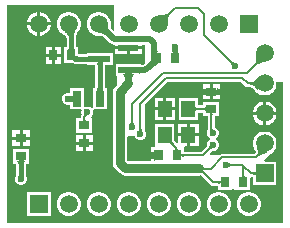
<source format=gbl>
G04*
G04 #@! TF.GenerationSoftware,Altium Limited,Altium Designer,22.4.2 (48)*
G04*
G04 Layer_Physical_Order=2*
G04 Layer_Color=16711680*
%FSLAX25Y25*%
%MOIN*%
G70*
G04*
G04 #@! TF.SameCoordinates,0592E0CC-BA3F-4339-BE53-95EDDC47ECB4*
G04*
G04*
G04 #@! TF.FilePolarity,Positive*
G04*
G01*
G75*
%ADD10C,0.02362*%
%ADD12C,0.00787*%
%ADD13R,0.03150X0.03740*%
%ADD24C,0.01968*%
%ADD25C,0.01575*%
%ADD27C,0.01500*%
%ADD28R,0.05906X0.05906*%
%ADD29C,0.05906*%
%ADD30R,0.05906X0.05906*%
%ADD31C,0.02362*%
%ADD32R,0.04724X0.05512*%
%ADD33R,0.03740X0.03150*%
%ADD34R,0.03150X0.05315*%
%ADD35R,0.07087X0.02362*%
%ADD36C,0.03150*%
%ADD37C,0.01772*%
G36*
X55411Y70445D02*
X55284Y70294D01*
X55171Y70110D01*
X55071Y69892D01*
X54986Y69641D01*
X54914Y69356D01*
X54856Y69038D01*
X54812Y68686D01*
X54766Y67883D01*
X54764Y67431D01*
X51841Y70354D01*
X52292Y70356D01*
X53096Y70403D01*
X53447Y70447D01*
X53765Y70504D01*
X54050Y70576D01*
X54302Y70662D01*
X54519Y70761D01*
X54704Y70875D01*
X54855Y71002D01*
X55411Y70445D01*
D02*
G37*
G36*
X30894Y68881D02*
X31001Y68791D01*
X31110Y68709D01*
X31222Y68636D01*
X31336Y68572D01*
X31453Y68515D01*
X31572Y68468D01*
X31694Y68429D01*
X31819Y68398D01*
X31945Y68377D01*
X30836Y67267D01*
X30814Y67394D01*
X30784Y67519D01*
X30745Y67640D01*
X30697Y67760D01*
X30641Y67876D01*
X30577Y67991D01*
X30504Y68103D01*
X30422Y68212D01*
X30332Y68318D01*
X30233Y68422D01*
X30790Y68979D01*
X30894Y68881D01*
D02*
G37*
G36*
X37008Y65413D02*
X36546Y65221D01*
X36101Y65666D01*
X36029Y65758D01*
X35920Y65924D01*
X35826Y66098D01*
X35747Y66280D01*
X35682Y66472D01*
X35668Y66525D01*
X35764Y66881D01*
Y67922D01*
X35494Y68927D01*
X34974Y69829D01*
X34238Y70565D01*
X33337Y71085D01*
X32331Y71354D01*
X31291D01*
X30285Y71085D01*
X29384Y70565D01*
X28648Y69829D01*
X28128Y68927D01*
X27858Y67922D01*
Y66881D01*
X28128Y65876D01*
X28648Y64974D01*
X29384Y64239D01*
X30285Y63718D01*
X31291Y63449D01*
X32331D01*
X32688Y63544D01*
X32741Y63531D01*
X32933Y63466D01*
X33115Y63387D01*
X33288Y63293D01*
X33454Y63184D01*
X33547Y63112D01*
X35632Y61026D01*
X36218Y60634D01*
X36909Y60497D01*
X37189D01*
Y59949D01*
X41732D01*
X46276D01*
Y60497D01*
X47343D01*
Y54523D01*
X46594Y53775D01*
X46309D01*
X46063Y53787D01*
Y53937D01*
X45281D01*
X45264Y53940D01*
X45246Y53937D01*
X41926D01*
X41732Y53976D01*
X41538Y53937D01*
X37402D01*
Y50000D01*
X37795D01*
Y47107D01*
X37175Y46486D01*
X36653Y45705D01*
X36470Y44783D01*
Y21136D01*
X36653Y20215D01*
X37175Y19433D01*
X37514Y19094D01*
D01*
X39020Y17588D01*
X39801Y17066D01*
X40723Y16883D01*
X65256D01*
X65844Y17000D01*
X69129Y13715D01*
X69129Y13715D01*
X69520Y13454D01*
X69980Y13363D01*
X69980Y13363D01*
X71457D01*
Y11909D01*
X76181D01*
Y12339D01*
X76643Y12530D01*
X77077Y12096D01*
X77097Y12117D01*
X77559Y11925D01*
Y11909D01*
X82284D01*
Y16145D01*
X82539Y16355D01*
X82539Y16355D01*
X83134D01*
Y13606D01*
X91039D01*
Y21512D01*
X87145D01*
X86954Y21974D01*
X89189Y24208D01*
X89514Y24396D01*
X90250Y25132D01*
X90278Y25182D01*
X90770Y26033D01*
X91039Y27039D01*
Y28080D01*
X90770Y29085D01*
X90250Y29986D01*
X89514Y30722D01*
X88612Y31242D01*
X87607Y31512D01*
X86566D01*
X85561Y31242D01*
X84660Y30722D01*
X83924Y29986D01*
X83403Y29085D01*
X83134Y28080D01*
Y27039D01*
X83403Y26033D01*
X83924Y25132D01*
X84082Y24974D01*
X84105Y24858D01*
X84119Y24695D01*
X84113Y24565D01*
X84092Y24463D01*
X84061Y24380D01*
X84016Y24305D01*
X83994Y24280D01*
X83852Y24137D01*
X73032D01*
X72571Y24046D01*
X72231Y23819D01*
X68990D01*
X68799Y24281D01*
X69605Y25087D01*
X69637Y25108D01*
X69670Y25126D01*
X69705Y25141D01*
X69745Y25155D01*
X69789Y25166D01*
X69839Y25174D01*
X69896Y25180D01*
X69987Y25182D01*
X70055Y25197D01*
X70372D01*
X71095Y25497D01*
X71649Y26050D01*
X71949Y26774D01*
Y27557D01*
X71649Y28280D01*
X71095Y28834D01*
X71045Y28855D01*
X71054Y29392D01*
X71551Y29889D01*
X71850Y30612D01*
Y31396D01*
X71551Y32119D01*
X70997Y32673D01*
X70496Y32880D01*
Y36614D01*
X71949D01*
Y41339D01*
X66634D01*
Y40279D01*
X64862D01*
Y42618D01*
X58563D01*
Y35531D01*
X64862D01*
Y37871D01*
X66634D01*
Y36614D01*
X68087D01*
Y32420D01*
X68074Y32122D01*
X68052Y31899D01*
X68022Y31719D01*
X68009Y31666D01*
X67989Y31598D01*
X67989Y31598D01*
X67989Y31597D01*
X67987Y31573D01*
X67913Y31396D01*
Y30612D01*
X68213Y29889D01*
X68767Y29335D01*
X68817Y29314D01*
X68808Y28777D01*
X68312Y28280D01*
X68012Y27557D01*
Y27240D01*
X67997Y27172D01*
X67994Y27081D01*
X67989Y27024D01*
X67981Y26974D01*
X67970Y26930D01*
X67956Y26891D01*
X67941Y26855D01*
X67923Y26822D01*
X67902Y26790D01*
X65938Y24826D01*
X60236D01*
Y26280D01*
X60531Y26658D01*
X61213D01*
Y29913D01*
X58350D01*
Y27864D01*
X57889Y27673D01*
X57177Y28384D01*
X57061Y28509D01*
X56988Y28599D01*
Y33957D01*
X50689D01*
Y30118D01*
D01*
Y26870D01*
D01*
X50394Y26492D01*
X49394D01*
Y24678D01*
X49441Y24685D01*
X49697Y24746D01*
X49914Y24825D01*
X50091Y24921D01*
X50229Y25034D01*
X50327Y25166D01*
X50386Y25314D01*
X50406Y25480D01*
Y24122D01*
X51968D01*
Y23122D01*
X50406D01*
Y21764D01*
X50386Y21930D01*
X50327Y22079D01*
X50229Y22210D01*
X50091Y22323D01*
X49914Y22419D01*
X49697Y22498D01*
X49441Y22559D01*
X49394Y22566D01*
Y21700D01*
X41721D01*
X41286Y22134D01*
Y29574D01*
X41831Y30118D01*
X43742D01*
X44001Y29495D01*
X44554Y28941D01*
X45278Y28642D01*
X46061D01*
X46784Y28941D01*
X47244Y29401D01*
X47338Y29495D01*
X47596Y30118D01*
X47638Y30219D01*
Y31002D01*
X47338Y31725D01*
X47244Y31819D01*
X47244Y40620D01*
X54731Y48107D01*
X79167D01*
X80566Y46708D01*
X80566Y46707D01*
X80957Y46446D01*
X81417Y46355D01*
X81417Y46355D01*
X82445D01*
X82458Y46354D01*
X82562Y46329D01*
X82702Y46277D01*
X82875Y46192D01*
X83076Y46072D01*
X83301Y45916D01*
X83542Y45728D01*
X83619Y45660D01*
X83924Y45132D01*
X84660Y44396D01*
X85561Y43876D01*
X86566Y43606D01*
X87607D01*
X88612Y43876D01*
X89514Y44396D01*
X90250Y45132D01*
X90770Y46033D01*
X91039Y47039D01*
Y48079D01*
X91078Y48130D01*
X93284D01*
Y23819D01*
Y1204D01*
X1204D01*
Y73599D01*
X37008D01*
Y65413D01*
D02*
G37*
G36*
X34771Y67074D02*
X34797Y66787D01*
X34844Y66511D01*
X34911Y66245D01*
X34997Y65990D01*
X35104Y65746D01*
X35230Y65512D01*
X35376Y65290D01*
X35542Y65078D01*
X35728Y64876D01*
X34336Y63484D01*
X34135Y63670D01*
X33923Y63836D01*
X33700Y63983D01*
X33467Y64109D01*
X33222Y64215D01*
X32967Y64302D01*
X32702Y64368D01*
X32425Y64415D01*
X32138Y64442D01*
X31841Y64449D01*
X34764Y67372D01*
X34771Y67074D01*
D02*
G37*
G36*
X57882Y59236D02*
X57905Y58968D01*
X57944Y58732D01*
X57998Y58527D01*
X58068Y58354D01*
X58153Y58212D01*
X58254Y58102D01*
X58370Y58023D01*
X58502Y57976D01*
X58649Y57960D01*
X55524D01*
X55671Y57976D01*
X55803Y58023D01*
X55919Y58102D01*
X56020Y58212D01*
X56105Y58354D01*
X56175Y58527D01*
X56229Y58732D01*
X56268Y58968D01*
X56292Y59236D01*
X56299Y59535D01*
X57874D01*
X57882Y59236D01*
D02*
G37*
G36*
X51191Y59553D02*
X51221Y59217D01*
X51270Y58921D01*
X51339Y58664D01*
X51427Y58446D01*
X51535Y58268D01*
X51663Y58129D01*
X51811Y58029D01*
X51978Y57969D01*
X52165Y57948D01*
X49618Y57960D01*
X49213Y59929D01*
X51181D01*
X51191Y59553D01*
D02*
G37*
G36*
X52402Y54244D02*
X52242Y54349D01*
X52040Y54383D01*
X51797Y54349D01*
X51511Y54244D01*
X51184Y54070D01*
X50815Y53827D01*
X50405Y53513D01*
X49458Y52678D01*
X48922Y52156D01*
X47530Y53548D01*
X48052Y54084D01*
X49201Y55441D01*
X49444Y55810D01*
X49618Y56137D01*
X49723Y56423D01*
X49758Y56666D01*
X49723Y56868D01*
X49618Y57028D01*
X52402Y54244D01*
D02*
G37*
G36*
X87476Y54632D02*
X86995Y54563D01*
X85457Y54239D01*
X85169Y54146D01*
X84919Y54048D01*
X84708Y53945D01*
X84535Y53837D01*
X84401Y53724D01*
X83764Y54201D01*
X83901Y54363D01*
X84016Y54553D01*
X84110Y54773D01*
X84183Y55020D01*
X84234Y55297D01*
X84263Y55603D01*
X84272Y55937D01*
X84259Y56300D01*
X84168Y57111D01*
X87476Y54632D01*
D02*
G37*
G36*
X76334Y54839D02*
X76419Y54773D01*
X76508Y54714D01*
X76601Y54663D01*
X76699Y54621D01*
X76801Y54586D01*
X76907Y54560D01*
X77018Y54541D01*
X77133Y54530D01*
X77252Y54527D01*
X76083Y53358D01*
X76080Y53477D01*
X76069Y53592D01*
X76051Y53703D01*
X76024Y53809D01*
X75989Y53911D01*
X75947Y54009D01*
X75896Y54102D01*
X75838Y54191D01*
X75771Y54276D01*
X75697Y54357D01*
X76254Y54913D01*
X76334Y54839D01*
D02*
G37*
G36*
X45283Y53102D02*
X45342Y53071D01*
X45441Y53043D01*
X45579Y53019D01*
X45756Y52999D01*
X46523Y52960D01*
X47232Y52953D01*
Y50984D01*
X46858Y50982D01*
X45441Y50894D01*
X45342Y50866D01*
X45283Y50835D01*
X45264Y50799D01*
Y53138D01*
X45283Y53102D01*
D02*
G37*
G36*
X43870Y50788D02*
X43669Y50716D01*
X43492Y50598D01*
X43339Y50432D01*
X43209Y50218D01*
X43102Y49957D01*
X43020Y49648D01*
X42961Y49292D01*
X42925Y48888D01*
X42913Y48437D01*
X40551D01*
X40539Y48888D01*
X40504Y49292D01*
X40445Y49648D01*
X40362Y49957D01*
X40256Y50218D01*
X40126Y50432D01*
X39972Y50598D01*
X39795Y50716D01*
X39595Y50788D01*
X39370Y50811D01*
X44094D01*
X43870Y50788D01*
D02*
G37*
G36*
X84978Y45492D02*
X84657Y45810D01*
X84056Y46345D01*
X83776Y46563D01*
X83511Y46747D01*
X83258Y46898D01*
X83020Y47015D01*
X82796Y47098D01*
X82585Y47149D01*
X82389Y47165D01*
Y47953D01*
X82585Y47969D01*
X82796Y48020D01*
X83020Y48103D01*
X83258Y48221D01*
X83511Y48371D01*
X83776Y48555D01*
X84056Y48773D01*
X84657Y49308D01*
X84978Y49626D01*
Y45492D01*
D02*
G37*
G36*
X67445Y38287D02*
X67437Y38362D01*
X67413Y38429D01*
X67373Y38488D01*
X67317Y38539D01*
X67245Y38583D01*
X67158Y38618D01*
X67054Y38646D01*
X66934Y38665D01*
X66798Y38677D01*
X66646Y38681D01*
Y39469D01*
X66798Y39472D01*
X66934Y39484D01*
X67054Y39504D01*
X67158Y39531D01*
X67245Y39567D01*
X67317Y39610D01*
X67373Y39661D01*
X67413Y39720D01*
X67437Y39787D01*
X67445Y39862D01*
Y38287D01*
D02*
G37*
G36*
X64059Y39787D02*
X64083Y39720D01*
X64123Y39661D01*
X64179Y39610D01*
X64251Y39567D01*
X64339Y39531D01*
X64442Y39504D01*
X64562Y39484D01*
X64698Y39472D01*
X64850Y39469D01*
Y38681D01*
X64698Y38677D01*
X64562Y38665D01*
X64442Y38646D01*
X64339Y38618D01*
X64251Y38583D01*
X64179Y38539D01*
X64123Y38488D01*
X64083Y38429D01*
X64059Y38362D01*
X64051Y38287D01*
Y39862D01*
X64059Y39787D01*
D02*
G37*
G36*
X70004Y37406D02*
X69937Y37382D01*
X69878Y37343D01*
X69827Y37288D01*
X69784Y37217D01*
X69748Y37130D01*
X69721Y37028D01*
X69701Y36910D01*
X69689Y36776D01*
X69685Y36626D01*
X68898D01*
X68894Y36776D01*
X68882Y36910D01*
X68862Y37028D01*
X68835Y37130D01*
X68799Y37217D01*
X68756Y37288D01*
X68705Y37343D01*
X68646Y37382D01*
X68579Y37406D01*
X68504Y37414D01*
X70079D01*
X70004Y37406D01*
D02*
G37*
G36*
X43311Y34784D02*
X43324Y34677D01*
X43346Y34572D01*
X43376Y34470D01*
X43415Y34371D01*
X43463Y34275D01*
X43519Y34181D01*
X43584Y34089D01*
X43658Y34001D01*
X43740Y33914D01*
X42087D01*
X42169Y34001D01*
X42243Y34089D01*
X42307Y34181D01*
X42364Y34275D01*
X42411Y34371D01*
X42450Y34470D01*
X42481Y34572D01*
X42502Y34677D01*
X42515Y34784D01*
X42520Y34893D01*
X43307D01*
X43311Y34784D01*
D02*
G37*
G36*
X46067Y32323D02*
X46080Y32216D01*
X46102Y32112D01*
X46132Y32010D01*
X46171Y31911D01*
X46219Y31814D01*
X46275Y31720D01*
X46340Y31629D01*
X46414Y31540D01*
X46496Y31454D01*
X44842D01*
X44925Y31540D01*
X44998Y31629D01*
X45063Y31720D01*
X45120Y31814D01*
X45167Y31911D01*
X45206Y32010D01*
X45237Y32112D01*
X45258Y32216D01*
X45271Y32323D01*
X45276Y32432D01*
X46063D01*
X46067Y32323D01*
D02*
G37*
G36*
X69690Y32761D02*
X69705Y32655D01*
X69729Y32558D01*
X69764Y32471D01*
X69808Y32393D01*
X69862Y32325D01*
X69926Y32267D01*
X69999Y32217D01*
X70083Y32178D01*
X70176Y32148D01*
X68760Y31372D01*
X68786Y31461D01*
X68809Y31561D01*
X68848Y31792D01*
X68875Y32065D01*
X68896Y32552D01*
X68898Y32735D01*
X69685Y32877D01*
X69690Y32761D01*
D02*
G37*
G36*
X56133Y28723D02*
X56112Y28651D01*
X56114Y28568D01*
X56137Y28474D01*
X56183Y28368D01*
X56251Y28251D01*
X56341Y28123D01*
X56454Y27983D01*
X56746Y27670D01*
X56189Y27113D01*
X56026Y27270D01*
X55735Y27517D01*
X55607Y27608D01*
X55490Y27676D01*
X55384Y27721D01*
X55290Y27745D01*
X55207Y27746D01*
X55135Y27725D01*
X55075Y27681D01*
X56177Y28783D01*
X56133Y28723D01*
D02*
G37*
G36*
X69968Y25984D02*
X69849Y25982D01*
X69735Y25971D01*
X69624Y25952D01*
X69518Y25925D01*
X69416Y25891D01*
X69318Y25848D01*
X69225Y25798D01*
X69135Y25739D01*
X69051Y25673D01*
X68970Y25598D01*
X68413Y26155D01*
X68488Y26236D01*
X68554Y26321D01*
X68613Y26410D01*
X68663Y26503D01*
X68706Y26601D01*
X68740Y26703D01*
X68767Y26809D01*
X68786Y26920D01*
X68796Y27034D01*
X68799Y27154D01*
X69968Y25984D01*
D02*
G37*
G36*
X58043Y26071D02*
X58053Y25944D01*
X58070Y25833D01*
X58094Y25736D01*
X58125Y25654D01*
X58162Y25587D01*
X58206Y25535D01*
X58256Y25498D01*
X58314Y25476D01*
X58378Y25468D01*
X56914D01*
X56979Y25476D01*
X57036Y25498D01*
X57087Y25535D01*
X57131Y25587D01*
X57168Y25654D01*
X57199Y25736D01*
X57222Y25833D01*
X57239Y25944D01*
X57249Y26071D01*
X57253Y26212D01*
X58040D01*
X58043Y26071D01*
D02*
G37*
G36*
X88330Y24881D02*
X85365Y23391D01*
X84522Y23661D01*
X84671Y23836D01*
X84786Y24029D01*
X84866Y24239D01*
X84912Y24466D01*
X84924Y24711D01*
X84901Y24973D01*
X84844Y25253D01*
X84753Y25550D01*
X84627Y25864D01*
X84467Y26197D01*
X88330Y24881D01*
D02*
G37*
G36*
X59445Y24335D02*
X59468Y24268D01*
X59508Y24209D01*
X59563Y24158D01*
X59634Y24114D01*
X59720Y24079D01*
X59823Y24051D01*
X59941Y24032D01*
X60075Y24020D01*
X60224Y24016D01*
Y23228D01*
X60075Y23224D01*
X59941Y23213D01*
X59823Y23193D01*
X59720Y23165D01*
X59634Y23130D01*
X59563Y23087D01*
X59508Y23035D01*
X59468Y22976D01*
X59445Y22909D01*
X59437Y22835D01*
Y24409D01*
X59445Y24335D01*
D02*
G37*
G36*
X75241Y21118D02*
X75330Y21045D01*
X75421Y20980D01*
X75515Y20924D01*
X75611Y20876D01*
X75711Y20837D01*
X75812Y20807D01*
X75917Y20785D01*
X76024Y20772D01*
X76133Y20768D01*
Y19980D01*
X76024Y19976D01*
X75917Y19963D01*
X75812Y19941D01*
X75711Y19911D01*
X75611Y19872D01*
X75515Y19824D01*
X75421Y19768D01*
X75330Y19703D01*
X75241Y19629D01*
X75155Y19547D01*
Y21201D01*
X75241Y21118D01*
D02*
G37*
G36*
X66437Y19788D02*
X66503Y19704D01*
X66574Y19631D01*
X66651Y19567D01*
X66735Y19513D01*
X66824Y19468D01*
X66919Y19434D01*
X67020Y19409D01*
X67127Y19395D01*
X67240Y19390D01*
X67022Y18602D01*
X66918Y18599D01*
X66812Y18589D01*
X66707Y18573D01*
X66644Y18560D01*
X66689Y18472D01*
X66747Y18383D01*
X66813Y18298D01*
X66888Y18216D01*
X66296Y17694D01*
X66216Y17768D01*
X66132Y17835D01*
X66044Y17895D01*
X65950Y17947D01*
X65853Y17992D01*
X65750Y18031D01*
X65644Y18061D01*
X65532Y18085D01*
X65417Y18102D01*
X65297Y18112D01*
X66107Y18832D01*
X66378Y19881D01*
X66437Y19788D01*
D02*
G37*
G36*
X84158Y16772D02*
X84150Y16847D01*
X84126Y16913D01*
X84086Y16973D01*
X84030Y17024D01*
X83958Y17067D01*
X83870Y17102D01*
X83766Y17130D01*
X83646Y17150D01*
X83510Y17161D01*
X83359Y17165D01*
Y17953D01*
X83510Y17957D01*
X83646Y17968D01*
X83766Y17988D01*
X83870Y18016D01*
X83958Y18051D01*
X84030Y18094D01*
X84086Y18146D01*
X84126Y18205D01*
X84150Y18272D01*
X84158Y18347D01*
Y16772D01*
D02*
G37*
G36*
X80319Y17061D02*
X80331Y16925D01*
X80350Y16805D01*
X80378Y16701D01*
X80413Y16613D01*
X80457Y16541D01*
X80508Y16485D01*
X80567Y16445D01*
X80634Y16421D01*
X80709Y16413D01*
X79134D01*
X79209Y16421D01*
X79276Y16445D01*
X79335Y16485D01*
X79386Y16541D01*
X79429Y16613D01*
X79465Y16701D01*
X79492Y16805D01*
X79512Y16925D01*
X79524Y17061D01*
X79528Y17212D01*
X80315D01*
X80319Y17061D01*
D02*
G37*
G36*
X72268Y13780D02*
X72260Y13854D01*
X72236Y13921D01*
X72196Y13980D01*
X72140Y14031D01*
X72068Y14075D01*
X71980Y14110D01*
X71876Y14138D01*
X71757Y14157D01*
X71621Y14169D01*
X71469Y14173D01*
Y14961D01*
X71621Y14965D01*
X71757Y14976D01*
X71876Y14996D01*
X71980Y15024D01*
X72068Y15059D01*
X72140Y15102D01*
X72196Y15154D01*
X72236Y15213D01*
X72260Y15280D01*
X72268Y15354D01*
Y13780D01*
D02*
G37*
%LPC*%
G36*
X12331Y71354D02*
X12311D01*
Y67902D01*
X15764D01*
Y67922D01*
X15494Y68927D01*
X14974Y69829D01*
X14238Y70565D01*
X13337Y71085D01*
X12331Y71354D01*
D02*
G37*
G36*
X11311D02*
X11291D01*
X10285Y71085D01*
X9384Y70565D01*
X8648Y69829D01*
X8128Y68927D01*
X7858Y67922D01*
Y67902D01*
X11311D01*
Y71354D01*
D02*
G37*
G36*
X15764Y66902D02*
X12311D01*
Y63449D01*
X12331D01*
X13337Y63718D01*
X14238Y64239D01*
X14974Y64974D01*
X15494Y65876D01*
X15764Y66881D01*
Y66902D01*
D02*
G37*
G36*
X11311D02*
X7858D01*
Y66881D01*
X8128Y65876D01*
X8648Y64974D01*
X9384Y64239D01*
X10285Y63718D01*
X11291Y63449D01*
X11311D01*
Y66902D01*
D02*
G37*
G36*
X19307Y59839D02*
X17232D01*
Y57468D01*
X19307D01*
Y59839D01*
D02*
G37*
G36*
X16232D02*
X14157D01*
Y57468D01*
X16232D01*
Y59839D01*
D02*
G37*
G36*
X46276Y58949D02*
X42232D01*
Y57268D01*
X46276D01*
Y58949D01*
D02*
G37*
G36*
X41232D02*
X37189D01*
Y57268D01*
X41232D01*
Y58949D01*
D02*
G37*
G36*
X19307Y56468D02*
X17232D01*
Y54098D01*
X19307D01*
Y56468D01*
D02*
G37*
G36*
X16232D02*
X14157D01*
Y54098D01*
X16232D01*
Y56468D01*
D02*
G37*
G36*
X72161Y47457D02*
X69791D01*
Y45382D01*
X71149D01*
Y46445D01*
X71165Y46297D01*
X71212Y46165D01*
X71291Y46049D01*
X71401Y45948D01*
X71543Y45863D01*
X71716Y45793D01*
X71921Y45739D01*
X72157Y45700D01*
X72161Y45700D01*
Y47457D01*
D02*
G37*
G36*
X68791D02*
X66421D01*
Y45700D01*
X66425Y45700D01*
X66662Y45739D01*
X66866Y45793D01*
X67040Y45863D01*
X67181Y45948D01*
X67291Y46049D01*
X67370Y46165D01*
X67418Y46297D01*
X67433Y46445D01*
Y45382D01*
X68791D01*
Y47457D01*
D02*
G37*
G36*
Y44382D02*
X67433D01*
Y43319D01*
X67418Y43466D01*
X67370Y43598D01*
X67291Y43714D01*
X67181Y43815D01*
X67040Y43901D01*
X66866Y43970D01*
X66662Y44025D01*
X66425Y44063D01*
X66421Y44064D01*
Y42307D01*
X68791D01*
Y44382D01*
D02*
G37*
G36*
X71149D02*
X69791D01*
Y42307D01*
X72161D01*
Y44064D01*
X72157Y44063D01*
X71921Y44025D01*
X71716Y43970D01*
X71543Y43901D01*
X71401Y43815D01*
X71291Y43714D01*
X71212Y43598D01*
X71165Y43466D01*
X71149Y43319D01*
Y44382D01*
D02*
G37*
G36*
X57201Y42831D02*
X54339D01*
Y39575D01*
X57201D01*
Y42831D01*
D02*
G37*
G36*
X53339D02*
X50476D01*
Y39575D01*
X53339D01*
Y42831D01*
D02*
G37*
G36*
X22331Y71354D02*
X21291D01*
X20285Y71085D01*
X19384Y70565D01*
X18648Y69829D01*
X18128Y68927D01*
X17858Y67922D01*
Y66881D01*
X18128Y65876D01*
X18648Y64974D01*
X19384Y64239D01*
X20285Y63718D01*
X20717Y63603D01*
X20770Y63548D01*
X20875Y63415D01*
X20957Y63281D01*
X21019Y63145D01*
X21063Y63002D01*
X21086Y62870D01*
Y59992D01*
X21077Y59883D01*
X21050Y59725D01*
X21024Y59626D01*
X20276D01*
Y54311D01*
X23242D01*
X23317Y54260D01*
X23917Y54141D01*
X27713D01*
X27742Y54140D01*
X27920Y54124D01*
X27953Y54119D01*
Y53740D01*
X28735D01*
X28752Y53737D01*
X28769Y53740D01*
X30555D01*
X30582Y53641D01*
X30608Y53483D01*
X30617Y53374D01*
Y46331D01*
X30608Y46222D01*
X30582Y46064D01*
X30555Y45965D01*
X29823D01*
Y39515D01*
X29323Y39307D01*
X29068Y39562D01*
X28344Y39862D01*
X27561D01*
X27286Y39748D01*
X26870Y40026D01*
Y45965D01*
X22146D01*
Y44555D01*
X22045Y44488D01*
X21262D01*
X20538Y44188D01*
X19985Y43635D01*
X19685Y42911D01*
Y42128D01*
X19985Y41405D01*
X20538Y40851D01*
X21262Y40551D01*
X22045D01*
X22146Y40484D01*
Y39075D01*
X25770D01*
X26104Y38575D01*
X25984Y38285D01*
Y37502D01*
X26078Y37276D01*
X25856Y36944D01*
X25764Y36483D01*
X25764Y36483D01*
Y35925D01*
X24311D01*
Y31201D01*
X29626D01*
Y35925D01*
X29475D01*
X29268Y36425D01*
X29622Y36779D01*
X29921Y37502D01*
Y38285D01*
X29797Y38586D01*
X30135Y39075D01*
X34547D01*
Y45965D01*
X33815D01*
X33788Y46064D01*
X33762Y46222D01*
X33753Y46331D01*
Y53374D01*
X33762Y53483D01*
X33788Y53641D01*
X33815Y53740D01*
X36614D01*
Y57677D01*
X28769D01*
X28752Y57681D01*
X28735Y57677D01*
X27953D01*
Y57299D01*
X27929Y57295D01*
X27659Y57276D01*
X25369D01*
X25262Y57286D01*
X25106Y57312D01*
X25000Y57340D01*
Y59626D01*
X24283D01*
X24257Y59725D01*
X24231Y59883D01*
X24221Y59992D01*
Y63345D01*
X24236Y63459D01*
X24273Y63641D01*
X24413Y64115D01*
X24501Y64350D01*
X24632Y64633D01*
X24974Y64974D01*
X25494Y65876D01*
X25764Y66881D01*
Y67922D01*
X25494Y68927D01*
X24974Y69829D01*
X24238Y70565D01*
X23337Y71085D01*
X22331Y71354D01*
D02*
G37*
G36*
X87607Y41512D02*
X87587D01*
Y38059D01*
X91039D01*
Y38080D01*
X90770Y39085D01*
X90250Y39986D01*
X89514Y40722D01*
X88612Y41242D01*
X87607Y41512D01*
D02*
G37*
G36*
X86587D02*
X86566D01*
X85561Y41242D01*
X84660Y40722D01*
X83924Y39986D01*
X83403Y39085D01*
X83134Y38080D01*
Y38059D01*
X86587D01*
Y41512D01*
D02*
G37*
G36*
X57201Y38575D02*
X54339D01*
Y35319D01*
X57201D01*
Y38575D01*
D02*
G37*
G36*
X53339D02*
X50476D01*
Y35319D01*
X53339D01*
Y38575D01*
D02*
G37*
G36*
X91039Y37059D02*
X87587D01*
Y33606D01*
X87607D01*
X88612Y33876D01*
X89514Y34396D01*
X90250Y35132D01*
X90770Y36033D01*
X91039Y37039D01*
Y37059D01*
D02*
G37*
G36*
X86587D02*
X83134D01*
Y37039D01*
X83403Y36033D01*
X83924Y35132D01*
X84660Y34396D01*
X85561Y33876D01*
X86566Y33606D01*
X86587D01*
Y37059D01*
D02*
G37*
G36*
X65075Y34169D02*
X62213D01*
Y30913D01*
X65075D01*
Y34169D01*
D02*
G37*
G36*
X61213D02*
X58350D01*
Y30913D01*
X61213D01*
Y34169D01*
D02*
G37*
G36*
X8776Y31905D02*
X6406D01*
Y29831D01*
X8776D01*
Y31905D01*
D02*
G37*
G36*
X5406D02*
X3035D01*
Y29831D01*
X5406D01*
Y31905D01*
D02*
G37*
G36*
X29839Y30232D02*
X27468D01*
Y28157D01*
X29839D01*
Y30232D01*
D02*
G37*
G36*
X26469D02*
X24098D01*
Y28157D01*
X26469D01*
Y30232D01*
D02*
G37*
G36*
X8776Y28831D02*
X6406D01*
Y26756D01*
X8776D01*
Y28831D01*
D02*
G37*
G36*
X5406D02*
X3035D01*
Y26756D01*
X5406D01*
Y28831D01*
D02*
G37*
G36*
X65075Y29913D02*
X62213D01*
Y26658D01*
X65075D01*
Y29913D01*
D02*
G37*
G36*
X29839Y27158D02*
X27468D01*
Y25083D01*
X29839D01*
Y27158D01*
D02*
G37*
G36*
X26469D02*
X24098D01*
Y25083D01*
X26469D01*
Y27158D01*
D02*
G37*
G36*
X8563Y25591D02*
X3248D01*
Y20866D01*
X4223D01*
X4229Y20851D01*
X4262Y20730D01*
X4290Y20561D01*
X4300Y20443D01*
Y16828D01*
X4237Y16765D01*
X3937Y16041D01*
Y15258D01*
X4237Y14535D01*
X4790Y13981D01*
X5514Y13681D01*
X6297D01*
X7021Y13981D01*
X7574Y14535D01*
X7874Y15258D01*
Y16041D01*
X7574Y16765D01*
X7519Y16820D01*
X7511Y16968D01*
Y20443D01*
X7521Y20561D01*
X7549Y20730D01*
X7582Y20851D01*
X7588Y20866D01*
X8563D01*
Y25591D01*
D02*
G37*
G36*
X82331Y11354D02*
X81291D01*
X80285Y11085D01*
X79384Y10565D01*
X78648Y9829D01*
X78128Y8927D01*
X77858Y7922D01*
Y6881D01*
X78128Y5876D01*
X78648Y4975D01*
X79384Y4239D01*
X80285Y3718D01*
X81291Y3449D01*
X82331D01*
X83337Y3718D01*
X84238Y4239D01*
X84974Y4975D01*
X85494Y5876D01*
X85764Y6881D01*
Y7922D01*
X85494Y8927D01*
X84974Y9829D01*
X84238Y10565D01*
X83337Y11085D01*
X82331Y11354D01*
D02*
G37*
G36*
X72331D02*
X71291D01*
X70285Y11085D01*
X69384Y10565D01*
X68648Y9829D01*
X68128Y8927D01*
X67858Y7922D01*
Y6881D01*
X68128Y5876D01*
X68648Y4975D01*
X69384Y4239D01*
X70285Y3718D01*
X71291Y3449D01*
X72331D01*
X73337Y3718D01*
X74238Y4239D01*
X74974Y4975D01*
X75494Y5876D01*
X75764Y6881D01*
Y7922D01*
X75494Y8927D01*
X74974Y9829D01*
X74892Y9911D01*
X74238Y10565D01*
X73337Y11085D01*
X72331Y11354D01*
D02*
G37*
G36*
X62331D02*
X61291D01*
X60285Y11085D01*
X59384Y10565D01*
X58648Y9829D01*
X58128Y8927D01*
X57858Y7922D01*
Y6881D01*
X58128Y5876D01*
X58648Y4975D01*
X59384Y4239D01*
X60285Y3718D01*
X61291Y3449D01*
X62331D01*
X63337Y3718D01*
X64238Y4239D01*
X64974Y4975D01*
X65494Y5876D01*
X65764Y6881D01*
Y7922D01*
X65494Y8927D01*
X64974Y9829D01*
X64238Y10565D01*
X63337Y11085D01*
X62331Y11354D01*
D02*
G37*
G36*
X52331D02*
X51291D01*
X50285Y11085D01*
X49384Y10565D01*
X48648Y9829D01*
X48128Y8927D01*
X47858Y7922D01*
Y6881D01*
X48128Y5876D01*
X48648Y4975D01*
X49384Y4239D01*
X50285Y3718D01*
X51291Y3449D01*
X52331D01*
X53337Y3718D01*
X54238Y4239D01*
X54974Y4975D01*
X55494Y5876D01*
X55764Y6881D01*
Y7922D01*
X55494Y8927D01*
X54974Y9829D01*
X54238Y10565D01*
X53337Y11085D01*
X52331Y11354D01*
D02*
G37*
G36*
X42331D02*
X41291D01*
X40285Y11085D01*
X39384Y10565D01*
X38648Y9829D01*
X38128Y8927D01*
X37858Y7922D01*
Y6881D01*
X38128Y5876D01*
X38648Y4975D01*
X39384Y4239D01*
X40285Y3718D01*
X41291Y3449D01*
X42331D01*
X43337Y3718D01*
X44238Y4239D01*
X44974Y4975D01*
X45494Y5876D01*
X45764Y6881D01*
Y7922D01*
X45494Y8927D01*
X44974Y9829D01*
X44238Y10565D01*
X43337Y11085D01*
X42331Y11354D01*
D02*
G37*
G36*
X32331D02*
X31291D01*
X30285Y11085D01*
X29384Y10565D01*
X28648Y9829D01*
X28128Y8927D01*
X27858Y7922D01*
Y6881D01*
X28128Y5876D01*
X28648Y4975D01*
X29384Y4239D01*
X30285Y3718D01*
X31291Y3449D01*
X32331D01*
X33337Y3718D01*
X34238Y4239D01*
X34974Y4975D01*
X35494Y5876D01*
X35764Y6881D01*
Y7922D01*
X35494Y8927D01*
X34974Y9829D01*
X34238Y10565D01*
X33337Y11085D01*
X32331Y11354D01*
D02*
G37*
G36*
X22331D02*
X21291D01*
X20285Y11085D01*
X19384Y10565D01*
X18648Y9829D01*
X18128Y8927D01*
X17858Y7922D01*
Y6881D01*
X18128Y5876D01*
X18648Y4975D01*
X19384Y4239D01*
X20285Y3718D01*
X21291Y3449D01*
X22331D01*
X23337Y3718D01*
X24238Y4239D01*
X24974Y4975D01*
X25494Y5876D01*
X25764Y6881D01*
Y7922D01*
X25494Y8927D01*
X24974Y9829D01*
X24238Y10565D01*
X23337Y11085D01*
X22331Y11354D01*
D02*
G37*
G36*
X15764D02*
X7858D01*
Y3449D01*
X15764D01*
Y11354D01*
D02*
G37*
%LPD*%
G36*
X24206Y65620D02*
X23760Y64660D01*
X23651Y64370D01*
X23493Y63835D01*
X23443Y63589D01*
X23414Y63359D01*
X23404Y63143D01*
X21904Y62679D01*
X21889Y62940D01*
X21845Y63190D01*
X21771Y63429D01*
X21668Y63657D01*
X21536Y63874D01*
X21374Y64080D01*
X21182Y64274D01*
X20962Y64457D01*
X20711Y64630D01*
X20432Y64791D01*
X24394Y65970D01*
X24206Y65620D01*
D02*
G37*
G36*
X23411Y60039D02*
X23434Y59782D01*
X23471Y59556D01*
X23524Y59359D01*
X23591Y59193D01*
X23674Y59057D01*
X23771Y58951D01*
X23884Y58875D01*
X24011Y58830D01*
X24154Y58815D01*
X21154D01*
X21296Y58830D01*
X21424Y58875D01*
X21536Y58951D01*
X21633Y59057D01*
X21716Y59193D01*
X21783Y59359D01*
X21836Y59556D01*
X21874Y59782D01*
X21896Y60039D01*
X21904Y60327D01*
X23404D01*
X23411Y60039D01*
D02*
G37*
G36*
X24216Y57066D02*
X24261Y56939D01*
X24336Y56826D01*
X24441Y56729D01*
X24576Y56646D01*
X24741Y56579D01*
X24936Y56526D01*
X25161Y56489D01*
X25416Y56466D01*
X25701Y56459D01*
Y54959D01*
X25416Y54960D01*
X24336Y55033D01*
X24261Y55056D01*
X24216Y55082D01*
X24201Y55110D01*
Y57209D01*
X24216Y57066D01*
D02*
G37*
G36*
X28752Y54540D02*
X28737Y54619D01*
X28692Y54690D01*
X28617Y54753D01*
X28512Y54808D01*
X28377Y54854D01*
X28212Y54892D01*
X28017Y54921D01*
X27792Y54942D01*
X27252Y54959D01*
Y56459D01*
X27537Y56463D01*
X28017Y56496D01*
X28212Y56526D01*
X28377Y56563D01*
X28512Y56609D01*
X28617Y56664D01*
X28692Y56727D01*
X28737Y56798D01*
X28752Y56878D01*
Y54540D01*
D02*
G37*
G36*
X33542Y54536D02*
X33415Y54491D01*
X33303Y54416D01*
X33205Y54310D01*
X33123Y54174D01*
X33055Y54007D01*
X33003Y53811D01*
X32965Y53584D01*
X32943Y53327D01*
X32935Y53040D01*
X31435D01*
X31428Y53327D01*
X31405Y53584D01*
X31367Y53811D01*
X31315Y54007D01*
X31248Y54174D01*
X31165Y54310D01*
X31067Y54416D01*
X30955Y54491D01*
X30828Y54536D01*
X30685Y54552D01*
X33685D01*
X33542Y54536D01*
D02*
G37*
G36*
X32943Y46378D02*
X32965Y46121D01*
X33003Y45894D01*
X33055Y45698D01*
X33123Y45531D01*
X33205Y45395D01*
X33303Y45289D01*
X33415Y45214D01*
X33542Y45168D01*
X33685Y45153D01*
X30685D01*
X30828Y45168D01*
X30955Y45214D01*
X31067Y45289D01*
X31165Y45395D01*
X31248Y45531D01*
X31315Y45698D01*
X31367Y45894D01*
X31405Y46121D01*
X31428Y46378D01*
X31435Y46665D01*
X32935D01*
X32943Y46378D01*
D02*
G37*
G36*
X22945Y43276D02*
X23019Y43273D01*
X23275Y43270D01*
Y41770D01*
X23140Y41769D01*
X22945Y41756D01*
Y41228D01*
X22932Y41331D01*
X22893Y41423D01*
X22829Y41504D01*
X22738Y41575D01*
X22622Y41634D01*
X22480Y41683D01*
X22312Y41721D01*
X22118Y41748D01*
X21899Y41764D01*
X21654Y41770D01*
Y43270D01*
X21899Y43275D01*
X22312Y43318D01*
X22480Y43356D01*
X22622Y43405D01*
X22738Y43465D01*
X22829Y43535D01*
X22893Y43616D01*
X22932Y43708D01*
X22945Y43811D01*
Y43276D01*
D02*
G37*
G36*
X28010Y36714D02*
X27955Y36707D01*
X27895Y36690D01*
X27831Y36665D01*
X27763Y36630D01*
X27691Y36586D01*
X27615Y36532D01*
X27450Y36397D01*
X27361Y36316D01*
X27268Y36226D01*
X26690Y36762D01*
X26753Y36829D01*
X26807Y36894D01*
X26851Y36958D01*
X26886Y37021D01*
X26912Y37081D01*
X26928Y37141D01*
X26935Y37198D01*
X26932Y37254D01*
X26920Y37309D01*
X26898Y37361D01*
X28010Y36714D01*
D02*
G37*
G36*
X27366Y35764D02*
X27378Y35630D01*
X27398Y35512D01*
X27425Y35409D01*
X27461Y35323D01*
X27504Y35252D01*
X27555Y35197D01*
X27614Y35157D01*
X27681Y35134D01*
X27756Y35126D01*
X26181D01*
X26256Y35134D01*
X26323Y35157D01*
X26382Y35197D01*
X26433Y35252D01*
X26476Y35323D01*
X26512Y35409D01*
X26539Y35512D01*
X26559Y35630D01*
X26571Y35764D01*
X26575Y35913D01*
X27362D01*
X27366Y35764D01*
D02*
G37*
G36*
X7331Y21662D02*
X7197Y21614D01*
X7079Y21535D01*
X6976Y21424D01*
X6890Y21281D01*
X6819Y21106D01*
X6764Y20900D01*
X6724Y20662D01*
X6701Y20392D01*
X6693Y20091D01*
X5118D01*
X5110Y20392D01*
X5087Y20662D01*
X5047Y20900D01*
X4992Y21106D01*
X4921Y21281D01*
X4835Y21424D01*
X4732Y21535D01*
X4614Y21614D01*
X4480Y21662D01*
X4331Y21678D01*
X7480D01*
X7331Y21662D01*
D02*
G37*
G36*
X6732Y16493D02*
X5079Y16493D01*
X5086Y16508D01*
X5093Y16535D01*
X5099Y16576D01*
X5108Y16699D01*
X5118Y17104D01*
X5118Y17239D01*
X6693Y17239D01*
X6732Y16493D01*
D02*
G37*
D10*
X41732Y47638D02*
Y51968D01*
D12*
X69291Y32021D02*
Y38976D01*
X69816Y31496D02*
X69882D01*
X69291Y32021D02*
X69816Y31496D01*
X66929Y63681D02*
Y70669D01*
Y63681D02*
X77264Y53347D01*
X42913Y40748D02*
X53150Y50984D01*
X81104D01*
X87212Y57092D01*
X57146Y72736D02*
X64862D01*
X51811Y67402D02*
X57146Y72736D01*
X64862D02*
X66929Y70669D01*
X65551Y18996D02*
X69980Y14567D01*
X65551Y18996D02*
X69095D01*
X57874Y23622D02*
X66437D01*
X69980Y27165D01*
X69193Y39075D02*
X69291Y38976D01*
X61713Y39075D02*
X69193D01*
X69095Y18996D02*
X73032Y22933D01*
X84350D01*
X42913Y33071D02*
Y40748D01*
X54232Y49311D02*
X79665D01*
X45669Y30610D02*
Y40748D01*
X54232Y49311D01*
X27953Y37468D02*
Y37894D01*
X26969Y36483D02*
X27953Y37468D01*
X26969Y33563D02*
Y36483D01*
X73819Y14567D02*
X74606D01*
X69980D02*
X73819D01*
X79665Y49311D02*
X81417Y47559D01*
X53839Y30020D02*
X57646Y26212D01*
Y23850D02*
X57874Y23622D01*
X57646Y23850D02*
Y26212D01*
X81417Y47559D02*
X87087D01*
X53839Y30020D02*
Y30413D01*
X79921Y20177D02*
X82539Y17559D01*
X79724Y20374D02*
X79921Y20177D01*
X87212Y57092D02*
Y57299D01*
X30512Y68701D02*
X31811Y67402D01*
X26969Y33563D02*
X26969Y33563D01*
X79921Y14567D02*
Y20177D01*
X87087Y25669D02*
Y27559D01*
X84350Y22933D02*
X87087Y25669D01*
X74311Y20374D02*
X79724D01*
X82539Y17559D02*
X87087D01*
D13*
X79921Y14567D02*
D03*
X73819D02*
D03*
X57087Y56102D02*
D03*
X51181D02*
D03*
X16732Y56968D02*
D03*
X22638D02*
D03*
X51968Y23622D02*
D03*
X57874D02*
D03*
D24*
X47539D02*
X51968D01*
X31811Y67402D02*
X36909Y62303D01*
X48819D01*
X50197Y60925D01*
X41732Y51968D02*
X47343D01*
X50197Y54823D02*
Y60925D01*
X47343Y51968D02*
X50197Y54823D01*
D25*
X57087Y56102D02*
Y59744D01*
X73721Y44882D02*
X74016Y44587D01*
X69291Y44882D02*
X73721D01*
X64764D02*
X69291D01*
X64764Y44882D02*
X64764Y44882D01*
X47441Y23524D02*
X47539Y23622D01*
X5906Y15650D02*
Y15748D01*
X5906Y15748D02*
X5906Y15748D01*
X5906Y15748D02*
Y23228D01*
D27*
X22654Y56972D02*
Y66559D01*
X21811Y67402D02*
X22654Y66559D01*
X23031Y56595D02*
X23917Y55709D01*
X32283D01*
X32185Y55610D02*
X32283Y55709D01*
X32185Y42520D02*
Y55610D01*
X21654Y42520D02*
X24508D01*
D28*
X87087Y17559D02*
D03*
D29*
Y27559D02*
D03*
Y37559D02*
D03*
Y47559D02*
D03*
Y57559D02*
D03*
X21811Y7402D02*
D03*
X31811D02*
D03*
X41811D02*
D03*
X51811D02*
D03*
X61811D02*
D03*
X71811D02*
D03*
X81811D02*
D03*
X71811Y67402D02*
D03*
X61811D02*
D03*
X51811D02*
D03*
X41811D02*
D03*
X31811D02*
D03*
X21811D02*
D03*
X11811D02*
D03*
D30*
Y7402D02*
D03*
X81811Y67402D02*
D03*
D31*
X57087Y59744D02*
D03*
X77264Y53347D02*
D03*
X85446Y11740D02*
D03*
X3457Y2980D02*
D03*
X4934Y9476D02*
D03*
X90564Y11543D02*
D03*
X91154Y3472D02*
D03*
X56849Y11272D02*
D03*
X42520Y22835D02*
D03*
X65354Y19291D02*
D03*
X69980Y27165D02*
D03*
X69882Y31004D02*
D03*
X5906Y15650D02*
D03*
X45768Y25197D02*
D03*
X27953Y37894D02*
D03*
X45669Y30610D02*
D03*
X42913Y33071D02*
D03*
X29232Y60630D02*
D03*
X17323Y63878D02*
D03*
X4035Y70866D02*
D03*
X3937Y61713D02*
D03*
X44094Y55709D02*
D03*
X25492Y49803D02*
D03*
X22343Y25197D02*
D03*
X36909Y3543D02*
D03*
X76181D02*
D03*
X66831D02*
D03*
X56988D02*
D03*
X21752Y32283D02*
D03*
X74311Y20374D02*
D03*
X34055Y18602D02*
D03*
X21654Y42520D02*
D03*
D32*
X53839Y39075D02*
D03*
X61713D02*
D03*
X53839Y30413D02*
D03*
X61713D02*
D03*
D33*
X5906Y29331D02*
D03*
Y23228D02*
D03*
X69291Y44882D02*
D03*
Y38976D02*
D03*
X26969Y27657D02*
D03*
Y33563D02*
D03*
D34*
X24508Y42520D02*
D03*
X32185D02*
D03*
D35*
X41732Y59449D02*
D03*
Y51968D02*
D03*
X32283Y55709D02*
D03*
D36*
X40723Y19291D02*
X65256D01*
X38878Y21136D02*
Y44783D01*
Y21136D02*
X40723Y19291D01*
X38878Y44783D02*
X41732Y47638D01*
D37*
X55020Y14567D02*
X60433D01*
M02*

</source>
